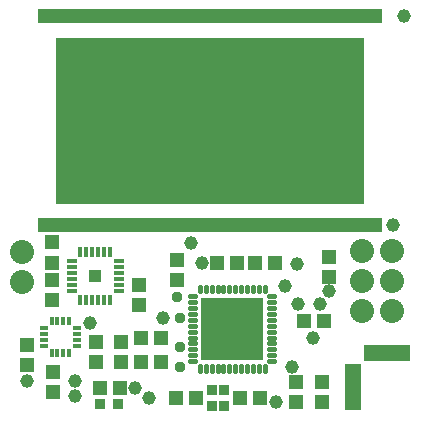
<source format=gts>
G75*
%MOIN*%
%OFA0B0*%
%FSLAX25Y25*%
%IPPOS*%
%LPD*%
%AMOC8*
5,1,8,0,0,1.08239X$1,22.5*
%
%ADD10R,0.21072X0.21072*%
%ADD11C,0.01781*%
%ADD12R,0.04931X0.04537*%
%ADD13R,0.01702X0.03159*%
%ADD14R,0.03159X0.01702*%
%ADD15R,0.04537X0.04931*%
%ADD16R,0.01781X0.03750*%
%ADD17R,0.03750X0.01781*%
%ADD18R,0.03937X0.03937*%
%ADD19C,0.08000*%
%ADD20R,0.05600X0.05600*%
%ADD21R,1.14773X0.04537*%
%ADD22R,1.02962X0.55718*%
%ADD23R,0.03750X0.03750*%
%ADD24R,0.03200X0.03600*%
%ADD25C,0.04562*%
%ADD26C,0.03775*%
D10*
X0077181Y0036031D03*
D11*
X0076197Y0023631D02*
X0076197Y0023631D01*
X0076197Y0022055D01*
X0076197Y0022055D01*
X0076197Y0023631D01*
X0078165Y0023631D02*
X0078165Y0023631D01*
X0078165Y0022055D01*
X0078165Y0022055D01*
X0078165Y0023631D01*
X0080134Y0023631D02*
X0080134Y0023631D01*
X0080134Y0022055D01*
X0080134Y0022055D01*
X0080134Y0023631D01*
X0082102Y0023631D02*
X0082102Y0023631D01*
X0082102Y0022055D01*
X0082102Y0022055D01*
X0082102Y0023631D01*
X0084071Y0023631D02*
X0084071Y0023631D01*
X0084071Y0022055D01*
X0084071Y0022055D01*
X0084071Y0023631D01*
X0086039Y0023631D02*
X0086039Y0023631D01*
X0086039Y0022055D01*
X0086039Y0022055D01*
X0086039Y0023631D01*
X0088008Y0023631D02*
X0088008Y0023631D01*
X0088008Y0022055D01*
X0088008Y0022055D01*
X0088008Y0023631D01*
X0089582Y0025205D02*
X0089582Y0025205D01*
X0091158Y0025205D01*
X0091158Y0025205D01*
X0089582Y0025205D01*
X0089582Y0027173D02*
X0089582Y0027173D01*
X0091158Y0027173D01*
X0091158Y0027173D01*
X0089582Y0027173D01*
X0089582Y0029142D02*
X0089582Y0029142D01*
X0091158Y0029142D01*
X0091158Y0029142D01*
X0089582Y0029142D01*
X0089582Y0031110D02*
X0089582Y0031110D01*
X0091158Y0031110D01*
X0091158Y0031110D01*
X0089582Y0031110D01*
X0089582Y0033079D02*
X0089582Y0033079D01*
X0091158Y0033079D01*
X0091158Y0033079D01*
X0089582Y0033079D01*
X0089582Y0035047D02*
X0089582Y0035047D01*
X0091158Y0035047D01*
X0091158Y0035047D01*
X0089582Y0035047D01*
X0089582Y0037016D02*
X0089582Y0037016D01*
X0091158Y0037016D01*
X0091158Y0037016D01*
X0089582Y0037016D01*
X0089582Y0038984D02*
X0089582Y0038984D01*
X0091158Y0038984D01*
X0091158Y0038984D01*
X0089582Y0038984D01*
X0089582Y0040953D02*
X0089582Y0040953D01*
X0091158Y0040953D01*
X0091158Y0040953D01*
X0089582Y0040953D01*
X0089582Y0042921D02*
X0089582Y0042921D01*
X0091158Y0042921D01*
X0091158Y0042921D01*
X0089582Y0042921D01*
X0089582Y0044890D02*
X0089582Y0044890D01*
X0091158Y0044890D01*
X0091158Y0044890D01*
X0089582Y0044890D01*
X0089582Y0046858D02*
X0089582Y0046858D01*
X0091158Y0046858D01*
X0091158Y0046858D01*
X0089582Y0046858D01*
X0088008Y0048432D02*
X0088008Y0048432D01*
X0088008Y0050008D01*
X0088008Y0050008D01*
X0088008Y0048432D01*
X0086039Y0048432D02*
X0086039Y0048432D01*
X0086039Y0050008D01*
X0086039Y0050008D01*
X0086039Y0048432D01*
X0084071Y0048432D02*
X0084071Y0048432D01*
X0084071Y0050008D01*
X0084071Y0050008D01*
X0084071Y0048432D01*
X0082102Y0048432D02*
X0082102Y0048432D01*
X0082102Y0050008D01*
X0082102Y0050008D01*
X0082102Y0048432D01*
X0080134Y0050008D02*
X0080134Y0050008D01*
X0080134Y0048432D01*
X0080134Y0048432D01*
X0080134Y0050008D01*
X0078165Y0050008D02*
X0078165Y0050008D01*
X0078165Y0048432D01*
X0078165Y0048432D01*
X0078165Y0050008D01*
X0076197Y0050008D02*
X0076197Y0050008D01*
X0076197Y0048432D01*
X0076197Y0048432D01*
X0076197Y0050008D01*
X0074228Y0050008D02*
X0074228Y0050008D01*
X0074228Y0048432D01*
X0074228Y0048432D01*
X0074228Y0050008D01*
X0072260Y0048432D02*
X0072260Y0048432D01*
X0072260Y0050008D01*
X0072260Y0050008D01*
X0072260Y0048432D01*
X0070291Y0048432D02*
X0070291Y0048432D01*
X0070291Y0050008D01*
X0070291Y0050008D01*
X0070291Y0048432D01*
X0068323Y0048432D02*
X0068323Y0048432D01*
X0068323Y0050008D01*
X0068323Y0050008D01*
X0068323Y0048432D01*
X0066354Y0048432D02*
X0066354Y0048432D01*
X0066354Y0050008D01*
X0066354Y0050008D01*
X0066354Y0048432D01*
X0064780Y0046858D02*
X0064780Y0046858D01*
X0063204Y0046858D01*
X0063204Y0046858D01*
X0064780Y0046858D01*
X0064780Y0044890D02*
X0064780Y0044890D01*
X0063204Y0044890D01*
X0063204Y0044890D01*
X0064780Y0044890D01*
X0064780Y0042921D02*
X0064780Y0042921D01*
X0063204Y0042921D01*
X0063204Y0042921D01*
X0064780Y0042921D01*
X0064780Y0040953D02*
X0064780Y0040953D01*
X0063204Y0040953D01*
X0063204Y0040953D01*
X0064780Y0040953D01*
X0064780Y0038984D02*
X0064780Y0038984D01*
X0063204Y0038984D01*
X0063204Y0038984D01*
X0064780Y0038984D01*
X0064780Y0037016D02*
X0064780Y0037016D01*
X0063204Y0037016D01*
X0063204Y0037016D01*
X0064780Y0037016D01*
X0064780Y0035047D02*
X0064780Y0035047D01*
X0063204Y0035047D01*
X0063204Y0035047D01*
X0064780Y0035047D01*
X0064780Y0033079D02*
X0064780Y0033079D01*
X0063204Y0033079D01*
X0063204Y0033079D01*
X0064780Y0033079D01*
X0064780Y0031110D02*
X0064780Y0031110D01*
X0063204Y0031110D01*
X0063204Y0031110D01*
X0064780Y0031110D01*
X0064780Y0029142D02*
X0064780Y0029142D01*
X0063204Y0029142D01*
X0063204Y0029142D01*
X0064780Y0029142D01*
X0064780Y0027173D02*
X0064780Y0027173D01*
X0063204Y0027173D01*
X0063204Y0027173D01*
X0064780Y0027173D01*
X0064780Y0025205D02*
X0064780Y0025205D01*
X0063204Y0025205D01*
X0063204Y0025205D01*
X0064780Y0025205D01*
X0066354Y0023631D02*
X0066354Y0023631D01*
X0066354Y0022055D01*
X0066354Y0022055D01*
X0066354Y0023631D01*
X0068323Y0023631D02*
X0068323Y0023631D01*
X0068323Y0022055D01*
X0068323Y0022055D01*
X0068323Y0023631D01*
X0070291Y0023631D02*
X0070291Y0023631D01*
X0070291Y0022055D01*
X0070291Y0022055D01*
X0070291Y0023631D01*
X0072260Y0023631D02*
X0072260Y0023631D01*
X0072260Y0022055D01*
X0072260Y0022055D01*
X0072260Y0023631D01*
X0074228Y0023631D02*
X0074228Y0023631D01*
X0074228Y0022055D01*
X0074228Y0022055D01*
X0074228Y0023631D01*
D12*
X0079740Y0012803D03*
X0086433Y0012803D03*
X0065173Y0012803D03*
X0058480Y0012803D03*
X0053362Y0024811D03*
X0046669Y0024811D03*
X0046669Y0033079D03*
X0053362Y0033079D03*
X0039780Y0016346D03*
X0033087Y0016346D03*
X0072063Y0057882D03*
X0078756Y0057882D03*
X0084858Y0057882D03*
X0091551Y0057882D03*
X0109268Y0060047D03*
X0109268Y0053354D03*
X0107693Y0038591D03*
X0101000Y0038591D03*
D13*
X0022850Y0038669D03*
X0020882Y0038669D03*
X0018913Y0038669D03*
X0016945Y0038669D03*
X0016945Y0027882D03*
X0018913Y0027882D03*
X0020882Y0027882D03*
X0022850Y0027882D03*
D14*
X0025291Y0030323D03*
X0025291Y0032291D03*
X0025291Y0034260D03*
X0025291Y0036228D03*
X0014504Y0036228D03*
X0014504Y0034260D03*
X0014504Y0032291D03*
X0014504Y0030323D03*
D15*
X0008874Y0030520D03*
X0008874Y0023827D03*
X0017535Y0021465D03*
X0017535Y0014772D03*
X0031906Y0025008D03*
X0031906Y0031701D03*
X0039976Y0031701D03*
X0039976Y0025008D03*
X0046079Y0043906D03*
X0046079Y0050598D03*
X0058874Y0052173D03*
X0058874Y0058866D03*
X0016945Y0058079D03*
X0016945Y0052173D03*
X0016945Y0045480D03*
X0016945Y0064772D03*
X0098441Y0018118D03*
X0098441Y0011425D03*
X0107102Y0011425D03*
X0107102Y0018118D03*
D16*
X0036433Y0045677D03*
X0034465Y0045677D03*
X0032496Y0045677D03*
X0030528Y0045677D03*
X0028559Y0045677D03*
X0026591Y0045677D03*
X0026591Y0061425D03*
X0028559Y0061425D03*
X0030528Y0061425D03*
X0032496Y0061425D03*
X0034465Y0061425D03*
X0036433Y0061425D03*
D17*
X0039386Y0058472D03*
X0039386Y0056504D03*
X0039386Y0054535D03*
X0039386Y0052567D03*
X0039386Y0050598D03*
X0039386Y0048630D03*
X0023638Y0048630D03*
X0023638Y0050598D03*
X0023638Y0052567D03*
X0023638Y0054535D03*
X0023638Y0056504D03*
X0023638Y0058472D03*
D18*
X0031512Y0053551D03*
D19*
X0007102Y0051425D03*
X0007102Y0061425D03*
X0120488Y0062016D03*
X0130488Y0062016D03*
X0130488Y0051976D03*
X0120488Y0051976D03*
X0120488Y0041937D03*
X0130488Y0041937D03*
D20*
X0128756Y0027764D03*
X0123756Y0027764D03*
X0117535Y0021543D03*
X0117535Y0016543D03*
X0117535Y0011543D03*
X0133756Y0027764D03*
D21*
X0069898Y0070480D03*
X0069898Y0140165D03*
D22*
X0069898Y0105323D03*
D23*
X0038992Y0010835D03*
X0033087Y0010835D03*
D24*
X0070457Y0010400D03*
X0074457Y0010400D03*
X0074457Y0015600D03*
X0070457Y0015600D03*
D25*
X0008874Y0018512D03*
X0024622Y0018512D03*
X0024622Y0013591D03*
X0044898Y0016346D03*
X0049425Y0012803D03*
X0029740Y0037803D03*
X0054150Y0039575D03*
X0066945Y0057882D03*
X0063402Y0064575D03*
X0077181Y0036031D03*
X0094898Y0050205D03*
X0099031Y0044299D03*
X0106315Y0044299D03*
X0109268Y0048433D03*
X0098638Y0057488D03*
X0103953Y0032882D03*
X0097063Y0023236D03*
X0091748Y0011425D03*
X0130921Y0070480D03*
X0134465Y0140165D03*
D26*
X0058874Y0046465D03*
X0059858Y0039575D03*
X0059858Y0029929D03*
X0059858Y0023236D03*
M02*

</source>
